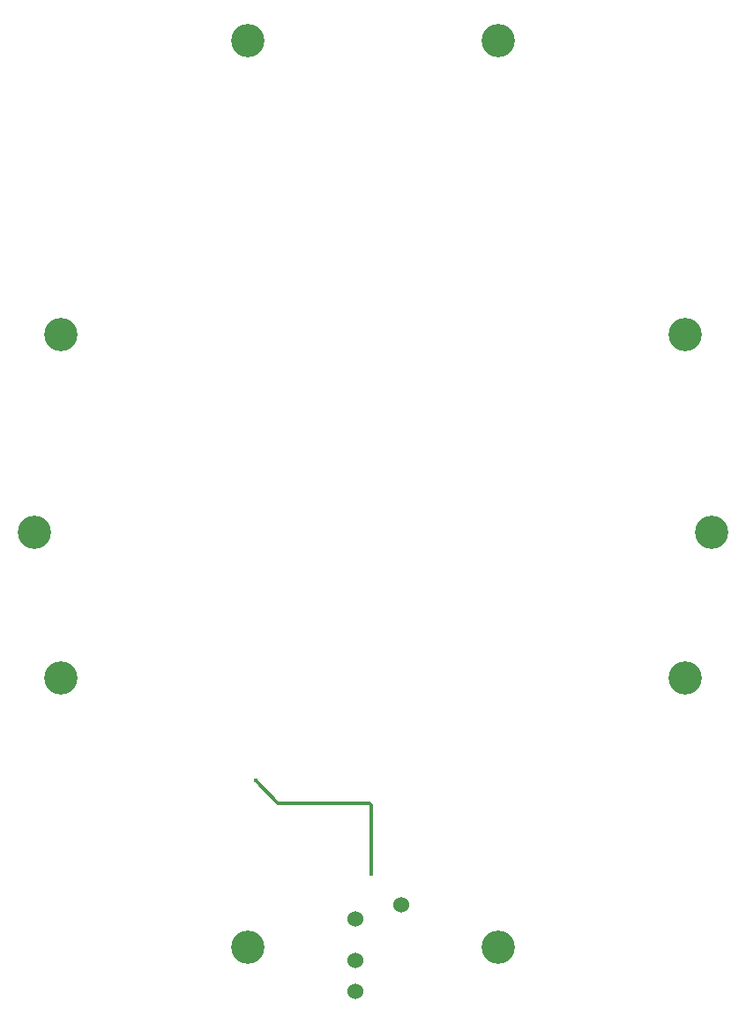
<source format=gbl>
G04*
G04 #@! TF.GenerationSoftware,Altium Limited,Altium Designer,24.2.2 (26)*
G04*
G04 Layer_Physical_Order=2*
G04 Layer_Color=16711680*
%FSLAX44Y44*%
%MOMM*%
G71*
G04*
G04 #@! TF.SameCoordinates,0453291D-A58D-48AD-B3C1-039DEE30D3E0*
G04*
G04*
G04 #@! TF.FilePolarity,Positive*
G04*
G01*
G75*
%ADD15C,0.3000*%
%ADD16C,1.5240*%
%ADD17C,3.2000*%
%ADD18C,0.4000*%
D15*
X913080Y478270D02*
X935080Y456270D01*
X1022323D01*
X1024080Y454513D01*
Y388270D02*
Y454513D01*
D16*
X1009100Y275700D02*
D03*
Y345700D02*
D03*
X1053100Y358700D02*
D03*
X1009100Y305700D02*
D03*
D17*
X1146027Y318092D02*
D03*
X1326080Y576270D02*
D03*
X1351080Y716270D02*
D03*
X1326027Y906025D02*
D03*
X725980D02*
D03*
X701027Y716270D02*
D03*
X726027Y576270D02*
D03*
X906027Y318092D02*
D03*
X906025Y1187800D02*
D03*
X1146027D02*
D03*
D18*
X913080Y478270D02*
D03*
X1024080Y388270D02*
D03*
M02*

</source>
